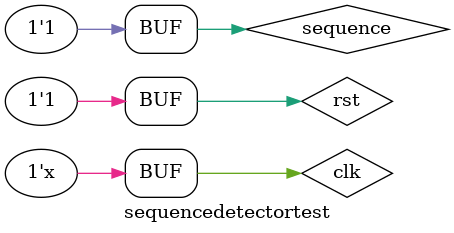
<source format=v>
module sequencedetectortest;

	// Inputs
	reg clk;
	reg rst;
	reg sequence;

	// Outputs
	wire tick;

	// Instantiate the Unit Under Test (UUT)
	sequencedetector uut (
		.clk(clk), 
		.rst(rst), 
		.sequence(sequence), 
		.tick(tick)
	);
   always #100 clk=~clk;
	initial begin
		// Initialize Inputs
		clk = 0;
		rst = 0;
		sequence = 0;

		// Wait 100 ns for global reset to finish
		#100 rst=1'b0;sequence=1'b0;
		#100 rst=1'b0;sequence=1'b1;
		#100 rst=1'b1;sequence=1'b0;
		#100 rst=1'b1;sequence=1'b1;
        
        
		// Add stimulus here

	end
      
endmodule


</source>
